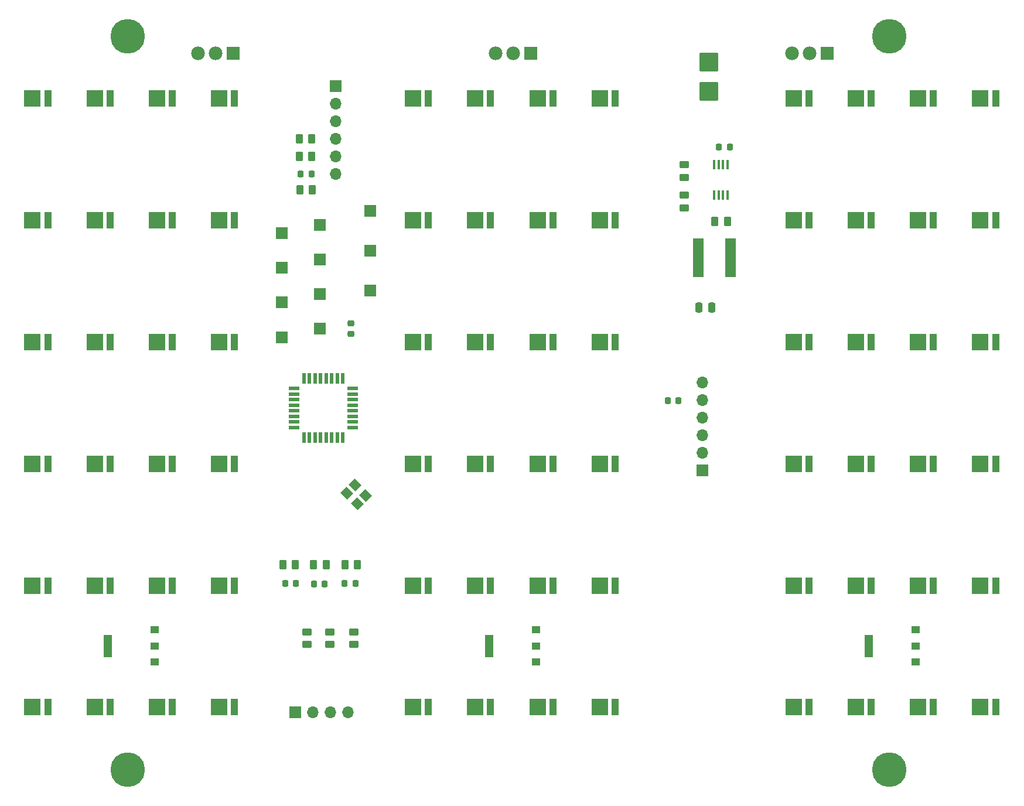
<source format=gts>
G04 #@! TF.GenerationSoftware,KiCad,Pcbnew,7.0.1-0*
G04 #@! TF.CreationDate,2024-01-25T19:49:42+00:00*
G04 #@! TF.ProjectId,tail-lights,7461696c-2d6c-4696-9768-74732e6b6963,rev?*
G04 #@! TF.SameCoordinates,Original*
G04 #@! TF.FileFunction,Soldermask,Top*
G04 #@! TF.FilePolarity,Negative*
%FSLAX46Y46*%
G04 Gerber Fmt 4.6, Leading zero omitted, Abs format (unit mm)*
G04 Created by KiCad (PCBNEW 7.0.1-0) date 2024-01-25 19:49:42*
%MOMM*%
%LPD*%
G01*
G04 APERTURE LIST*
G04 Aperture macros list*
%AMRoundRect*
0 Rectangle with rounded corners*
0 $1 Rounding radius*
0 $2 $3 $4 $5 $6 $7 $8 $9 X,Y pos of 4 corners*
0 Add a 4 corners polygon primitive as box body*
4,1,4,$2,$3,$4,$5,$6,$7,$8,$9,$2,$3,0*
0 Add four circle primitives for the rounded corners*
1,1,$1+$1,$2,$3*
1,1,$1+$1,$4,$5*
1,1,$1+$1,$6,$7*
1,1,$1+$1,$8,$9*
0 Add four rect primitives between the rounded corners*
20,1,$1+$1,$2,$3,$4,$5,0*
20,1,$1+$1,$4,$5,$6,$7,0*
20,1,$1+$1,$6,$7,$8,$9,0*
20,1,$1+$1,$8,$9,$2,$3,0*%
%AMRotRect*
0 Rectangle, with rotation*
0 The origin of the aperture is its center*
0 $1 length*
0 $2 width*
0 $3 Rotation angle, in degrees counterclockwise*
0 Add horizontal line*
21,1,$1,$2,0,0,$3*%
G04 Aperture macros list end*
%ADD10R,2.330000X2.380000*%
%ADD11R,1.100000X2.380000*%
%ADD12RoundRect,0.250000X0.450000X-0.262500X0.450000X0.262500X-0.450000X0.262500X-0.450000X-0.262500X0*%
%ADD13RoundRect,0.250000X-0.262500X-0.450000X0.262500X-0.450000X0.262500X0.450000X-0.262500X0.450000X0*%
%ADD14R,1.200000X1.000000*%
%ADD15R,1.200000X3.300000*%
%ADD16RoundRect,0.225000X-0.225000X-0.250000X0.225000X-0.250000X0.225000X0.250000X-0.225000X0.250000X0*%
%ADD17R,1.700000X1.700000*%
%ADD18RoundRect,0.225000X0.225000X0.250000X-0.225000X0.250000X-0.225000X-0.250000X0.225000X-0.250000X0*%
%ADD19R,1.980000X1.980000*%
%ADD20C,1.980000*%
%ADD21O,1.700000X1.700000*%
%ADD22RoundRect,0.250000X0.262500X0.450000X-0.262500X0.450000X-0.262500X-0.450000X0.262500X-0.450000X0*%
%ADD23RoundRect,0.250000X-1.125000X-1.125000X1.125000X-1.125000X1.125000X1.125000X-1.125000X1.125000X0*%
%ADD24C,5.000000*%
%ADD25RoundRect,0.225000X0.250000X-0.225000X0.250000X0.225000X-0.250000X0.225000X-0.250000X-0.225000X0*%
%ADD26RoundRect,0.250000X-0.250000X-0.475000X0.250000X-0.475000X0.250000X0.475000X-0.250000X0.475000X0*%
%ADD27RotRect,1.200000X1.400000X45.000000*%
%ADD28R,0.450000X1.400000*%
%ADD29R,0.600000X1.500000*%
%ADD30R,1.500000X0.600000*%
%ADD31R,1.600000X5.700000*%
G04 APERTURE END LIST*
D10*
X167200000Y-57600000D03*
D11*
X169415000Y-57600000D03*
D12*
X76662500Y-118912500D03*
X76662500Y-117087500D03*
D13*
X75337500Y-107362500D03*
X77162500Y-107362500D03*
D10*
X85200000Y-40000000D03*
D11*
X87415000Y-40000000D03*
D10*
X48200000Y-110400000D03*
D11*
X50415000Y-110400000D03*
D10*
X39200000Y-128000000D03*
D11*
X41415000Y-128000000D03*
D13*
X70837500Y-107362500D03*
X72662500Y-107362500D03*
D14*
X102968000Y-121426000D03*
X102968000Y-119126000D03*
X102968000Y-116826000D03*
D15*
X96168000Y-119126000D03*
D16*
X121990085Y-83647101D03*
X123540085Y-83647101D03*
D10*
X57200000Y-75200000D03*
D11*
X59415000Y-75200000D03*
D17*
X66250000Y-69500000D03*
D18*
X68275000Y-110112500D03*
X66725000Y-110112500D03*
D10*
X57200000Y-57600000D03*
D11*
X59415000Y-57600000D03*
D10*
X85200000Y-57600000D03*
D11*
X87415000Y-57600000D03*
D10*
X149200000Y-40000000D03*
D11*
X151415000Y-40000000D03*
D10*
X103200000Y-110400000D03*
D11*
X105415000Y-110400000D03*
D10*
X149200000Y-128000000D03*
D11*
X151415000Y-128000000D03*
D10*
X39200000Y-75200000D03*
D11*
X41415000Y-75200000D03*
D10*
X140200000Y-128000000D03*
D11*
X142415000Y-128000000D03*
D10*
X48200000Y-128000000D03*
D11*
X50415000Y-128000000D03*
D17*
X79000000Y-67750000D03*
D12*
X69912500Y-118912500D03*
X69912500Y-117087500D03*
D10*
X167200000Y-110400000D03*
D11*
X169415000Y-110400000D03*
D16*
X129429000Y-47000000D03*
X130979000Y-47000000D03*
D13*
X68837500Y-53200000D03*
X70662500Y-53200000D03*
D10*
X103200000Y-57600000D03*
D11*
X105415000Y-57600000D03*
D10*
X149200000Y-57600000D03*
D11*
X151415000Y-57600000D03*
D10*
X112200000Y-57600000D03*
D11*
X114415000Y-57600000D03*
D10*
X140200000Y-57600000D03*
D11*
X142415000Y-57600000D03*
D19*
X59250000Y-33500000D03*
D20*
X56700000Y-33500000D03*
X54150000Y-33500000D03*
D10*
X30200000Y-40000000D03*
D11*
X32415000Y-40000000D03*
D17*
X68162500Y-128750000D03*
D21*
X70702500Y-128750000D03*
X73242500Y-128750000D03*
X75782500Y-128750000D03*
D10*
X57200000Y-110400000D03*
D11*
X59415000Y-110400000D03*
D17*
X71750000Y-68250000D03*
D10*
X48200000Y-75200000D03*
D11*
X50415000Y-75200000D03*
D10*
X30200000Y-92800000D03*
D11*
X32415000Y-92800000D03*
D10*
X158200000Y-40000000D03*
D11*
X160415000Y-40000000D03*
D22*
X70591161Y-45867832D03*
X68766161Y-45867832D03*
D10*
X48200000Y-92800000D03*
D11*
X50415000Y-92800000D03*
D10*
X149200000Y-92800000D03*
D11*
X151415000Y-92800000D03*
D17*
X71750000Y-73250000D03*
D10*
X149200000Y-110400000D03*
D11*
X151415000Y-110400000D03*
D12*
X73162500Y-118912500D03*
X73162500Y-117087500D03*
D10*
X85200000Y-110400000D03*
D11*
X87415000Y-110400000D03*
D23*
X128000000Y-34750000D03*
D10*
X158200000Y-128000000D03*
D11*
X160415000Y-128000000D03*
D24*
X44000000Y-137000000D03*
D17*
X66250000Y-74500000D03*
D25*
X76250000Y-74025000D03*
X76250000Y-72475000D03*
D10*
X57200000Y-40000000D03*
D11*
X59415000Y-40000000D03*
D10*
X30200000Y-75200000D03*
D11*
X32415000Y-75200000D03*
D10*
X167200000Y-75200000D03*
D11*
X169415000Y-75200000D03*
D10*
X112200000Y-75200000D03*
D11*
X114415000Y-75200000D03*
D10*
X94200000Y-128000000D03*
D11*
X96415000Y-128000000D03*
D10*
X112200000Y-92800000D03*
D11*
X114415000Y-92800000D03*
D10*
X94200000Y-40000000D03*
D11*
X96415000Y-40000000D03*
D10*
X94200000Y-92800000D03*
D11*
X96415000Y-92800000D03*
D17*
X79000000Y-62000000D03*
D26*
X126500000Y-70250000D03*
X128400000Y-70250000D03*
D10*
X39200000Y-57600000D03*
D11*
X41415000Y-57600000D03*
D10*
X48200000Y-57600000D03*
D11*
X50415000Y-57600000D03*
D10*
X149200000Y-75200000D03*
D11*
X151415000Y-75200000D03*
D27*
X75621142Y-97073223D03*
X77176777Y-98628858D03*
X78378858Y-97426777D03*
X76823223Y-95871142D03*
D10*
X140200000Y-110400000D03*
D11*
X142415000Y-110400000D03*
D17*
X127000000Y-93790000D03*
D21*
X127000000Y-91250000D03*
X127000000Y-88710000D03*
X127000000Y-86170000D03*
X127000000Y-83630000D03*
X127000000Y-81090000D03*
D17*
X66250000Y-59500000D03*
D10*
X158200000Y-57600000D03*
D11*
X160415000Y-57600000D03*
D10*
X85200000Y-128000000D03*
D11*
X87415000Y-128000000D03*
D16*
X70869552Y-110159254D03*
X72419552Y-110159254D03*
D10*
X39200000Y-40000000D03*
D11*
X41415000Y-40000000D03*
D24*
X154000000Y-31000000D03*
D10*
X103200000Y-128000000D03*
D11*
X105415000Y-128000000D03*
D16*
X68975000Y-50950000D03*
X70525000Y-50950000D03*
D10*
X85200000Y-92800000D03*
D11*
X87415000Y-92800000D03*
D12*
X124389334Y-55819952D03*
X124389334Y-53994952D03*
D10*
X30200000Y-128000000D03*
D11*
X32415000Y-128000000D03*
D10*
X30200000Y-57600000D03*
D11*
X32415000Y-57600000D03*
D17*
X74000000Y-38250000D03*
D21*
X74000000Y-40790000D03*
X74000000Y-43330000D03*
X74000000Y-45870000D03*
X74000000Y-48410000D03*
X74000000Y-50950000D03*
D17*
X79000000Y-56250000D03*
D10*
X112200000Y-40000000D03*
D11*
X114415000Y-40000000D03*
D28*
X130671000Y-49550000D03*
X130021000Y-49550000D03*
X129371000Y-49550000D03*
X128721000Y-49550000D03*
X128721000Y-53950000D03*
X129371000Y-53950000D03*
X130021000Y-53950000D03*
X130671000Y-53950000D03*
D24*
X44000000Y-31000000D03*
D14*
X47850000Y-121426000D03*
X47850000Y-119126000D03*
X47850000Y-116826000D03*
D15*
X41050000Y-119126000D03*
D10*
X94200000Y-110400000D03*
D11*
X96415000Y-110400000D03*
D16*
X75321701Y-110096383D03*
X76871701Y-110096383D03*
D10*
X94200000Y-75200000D03*
D11*
X96415000Y-75200000D03*
D10*
X39200000Y-110400000D03*
D11*
X41415000Y-110400000D03*
D10*
X103200000Y-75200000D03*
D11*
X105415000Y-75200000D03*
D29*
X69450000Y-89000000D03*
X70250000Y-89000000D03*
X71050000Y-89000000D03*
X71850000Y-89000000D03*
X72650000Y-89000000D03*
X73450000Y-89000000D03*
X74250000Y-89000000D03*
X75050000Y-89000000D03*
D30*
X76500000Y-87550000D03*
X76500000Y-86750000D03*
X76500000Y-85950000D03*
X76500000Y-85150000D03*
X76500000Y-84350000D03*
X76500000Y-83550000D03*
X76500000Y-82750000D03*
X76500000Y-81950000D03*
D29*
X75050000Y-80500000D03*
X74250000Y-80500000D03*
X73450000Y-80500000D03*
X72650000Y-80500000D03*
X71850000Y-80500000D03*
X71050000Y-80500000D03*
X70250000Y-80500000D03*
X69450000Y-80500000D03*
D30*
X68000000Y-81950000D03*
X68000000Y-82750000D03*
X68000000Y-83550000D03*
X68000000Y-84350000D03*
X68000000Y-85150000D03*
X68000000Y-85950000D03*
X68000000Y-86750000D03*
X68000000Y-87550000D03*
D10*
X158200000Y-110400000D03*
D11*
X160415000Y-110400000D03*
D10*
X158200000Y-92800000D03*
D11*
X160415000Y-92800000D03*
D17*
X66250000Y-64500000D03*
D23*
X128000000Y-39000000D03*
D10*
X48200000Y-40000000D03*
D11*
X50415000Y-40000000D03*
D10*
X39200000Y-92800000D03*
D11*
X41415000Y-92800000D03*
D10*
X158200000Y-75200000D03*
D11*
X160415000Y-75200000D03*
D22*
X70591161Y-48367832D03*
X68766161Y-48367832D03*
D10*
X112200000Y-110400000D03*
D11*
X114415000Y-110400000D03*
D10*
X167200000Y-128000000D03*
D11*
X169415000Y-128000000D03*
D10*
X103200000Y-92800000D03*
D11*
X105415000Y-92800000D03*
D10*
X140200000Y-92800000D03*
D11*
X142415000Y-92800000D03*
D13*
X128837500Y-57750000D03*
X130662500Y-57750000D03*
D12*
X124362000Y-51412500D03*
X124362000Y-49587500D03*
D24*
X154000000Y-137000000D03*
D10*
X103200000Y-40000000D03*
D11*
X105415000Y-40000000D03*
D10*
X94200000Y-57600000D03*
D11*
X96415000Y-57600000D03*
D14*
X157832000Y-121426000D03*
X157832000Y-119126000D03*
X157832000Y-116826000D03*
D15*
X151032000Y-119126000D03*
D10*
X140200000Y-75200000D03*
D11*
X142415000Y-75200000D03*
D10*
X57200000Y-92800000D03*
D11*
X59415000Y-92800000D03*
D10*
X85200000Y-75200000D03*
D11*
X87415000Y-75200000D03*
D22*
X68220826Y-107351602D03*
X66395826Y-107351602D03*
D10*
X140200000Y-40000000D03*
D11*
X142415000Y-40000000D03*
D10*
X57200000Y-128000000D03*
D11*
X59415000Y-128000000D03*
D19*
X145050000Y-33500000D03*
D20*
X142500000Y-33500000D03*
X139950000Y-33500000D03*
D10*
X30200000Y-110400000D03*
D11*
X32415000Y-110400000D03*
D31*
X131100000Y-63000000D03*
X126400000Y-63000000D03*
D10*
X167200000Y-40000000D03*
D11*
X169415000Y-40000000D03*
D17*
X71750000Y-58250000D03*
X71750000Y-63250000D03*
D10*
X112200000Y-128000000D03*
D11*
X114415000Y-128000000D03*
D19*
X102250000Y-33500000D03*
D20*
X99700000Y-33500000D03*
X97150000Y-33500000D03*
D10*
X167200000Y-92800000D03*
D11*
X169415000Y-92800000D03*
M02*

</source>
